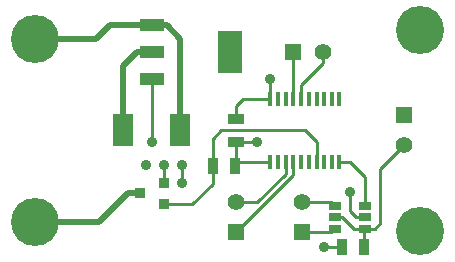
<source format=gtl>
G04 (created by PCBNEW (2013-06-11 BZR 4021)-stable) date Wed 19 Feb 2014 03:26:36 AM CST*
%MOIN*%
G04 Gerber Fmt 3.4, Leading zero omitted, Abs format*
%FSLAX34Y34*%
G01*
G70*
G90*
G04 APERTURE LIST*
%ADD10C,0.00590551*%
%ADD11R,0.016X0.05*%
%ADD12R,0.036X0.036*%
%ADD13R,0.0394X0.0276*%
%ADD14R,0.08X0.144*%
%ADD15R,0.08X0.04*%
%ADD16R,0.0709X0.1063*%
%ADD17R,0.035X0.055*%
%ADD18R,0.055X0.035*%
%ADD19R,0.055X0.055*%
%ADD20C,0.055*%
%ADD21C,0.16*%
%ADD22C,0.035*%
%ADD23C,0.01*%
%ADD24C,0.02*%
G04 APERTURE END LIST*
G54D10*
G54D11*
X69050Y-67950D03*
X69300Y-67950D03*
X69560Y-67950D03*
X69820Y-67950D03*
X70070Y-67950D03*
X70330Y-67950D03*
X70590Y-67950D03*
X70840Y-67950D03*
X71100Y-67950D03*
X71350Y-67950D03*
X71350Y-65850D03*
X71100Y-65850D03*
X70840Y-65850D03*
X70590Y-65850D03*
X70330Y-65850D03*
X70070Y-65850D03*
X69820Y-65850D03*
X69560Y-65850D03*
X69300Y-65850D03*
X69050Y-65850D03*
G54D12*
X65500Y-68650D03*
X65500Y-69350D03*
X64700Y-69000D03*
G54D13*
X71200Y-70175D03*
X71200Y-69800D03*
X71200Y-69425D03*
X72200Y-69425D03*
X72200Y-69800D03*
X72200Y-70175D03*
G54D14*
X67700Y-64300D03*
G54D15*
X65100Y-64300D03*
X65100Y-65200D03*
X65100Y-63400D03*
G54D16*
X64155Y-66900D03*
X66045Y-66900D03*
G54D17*
X67875Y-68100D03*
X67125Y-68100D03*
G54D18*
X67900Y-67275D03*
X67900Y-66525D03*
G54D17*
X71425Y-70800D03*
X72175Y-70800D03*
G54D19*
X73500Y-66400D03*
G54D20*
X73500Y-67400D03*
G54D19*
X67900Y-70300D03*
G54D20*
X67900Y-69300D03*
G54D19*
X69800Y-64300D03*
G54D20*
X70800Y-64300D03*
G54D19*
X70100Y-70300D03*
G54D20*
X70100Y-69300D03*
G54D21*
X61200Y-69950D03*
X61200Y-63850D03*
X74050Y-63550D03*
X74050Y-70250D03*
G54D22*
X68600Y-67300D03*
X65100Y-67300D03*
X71700Y-68950D03*
X70850Y-70800D03*
X69050Y-65200D03*
X64900Y-68050D03*
X66100Y-68650D03*
X66100Y-68050D03*
X65500Y-68050D03*
G54D23*
X71200Y-69800D02*
X71450Y-69800D01*
X71825Y-70175D02*
X72200Y-70175D01*
X71450Y-69800D02*
X71825Y-70175D01*
X72175Y-70800D02*
X72175Y-70200D01*
X72175Y-70200D02*
X72200Y-70175D01*
X72200Y-70175D02*
X72525Y-70175D01*
X72700Y-68200D02*
X73500Y-67400D01*
X72700Y-70000D02*
X72700Y-68200D01*
X72525Y-70175D02*
X72700Y-70000D01*
X67900Y-67275D02*
X68575Y-67275D01*
X68575Y-67275D02*
X68600Y-67300D01*
X65100Y-65200D02*
X65100Y-67300D01*
X69050Y-67950D02*
X68025Y-67950D01*
X68025Y-67950D02*
X67875Y-68100D01*
X67900Y-67275D02*
X67900Y-68075D01*
X67900Y-68075D02*
X67875Y-68100D01*
X71350Y-67950D02*
X71700Y-67950D01*
X72200Y-68450D02*
X72200Y-69425D01*
X71700Y-67950D02*
X72200Y-68450D01*
X67125Y-68100D02*
X67125Y-67175D01*
X70590Y-67290D02*
X70590Y-67950D01*
X70200Y-66900D02*
X70590Y-67290D01*
X67400Y-66900D02*
X70200Y-66900D01*
X67125Y-67175D02*
X67400Y-66900D01*
X65500Y-69350D02*
X66450Y-69350D01*
X67125Y-68675D02*
X67125Y-68100D01*
X66450Y-69350D02*
X67125Y-68675D01*
G54D24*
X64700Y-69000D02*
X64300Y-69000D01*
X63350Y-69950D02*
X61200Y-69950D01*
X64300Y-69000D02*
X63350Y-69950D01*
X65100Y-64300D02*
X64600Y-64300D01*
X64155Y-64745D02*
X64155Y-66900D01*
X64600Y-64300D02*
X64155Y-64745D01*
X65100Y-63400D02*
X63700Y-63400D01*
X63250Y-63850D02*
X61200Y-63850D01*
X63700Y-63400D02*
X63250Y-63850D01*
X65100Y-63400D02*
X65600Y-63400D01*
X66045Y-63845D02*
X66045Y-66900D01*
X65600Y-63400D02*
X66045Y-63845D01*
G54D23*
X72200Y-69800D02*
X71900Y-69800D01*
X71700Y-69600D02*
X71700Y-68950D01*
X71900Y-69800D02*
X71700Y-69600D01*
X71425Y-70800D02*
X70850Y-70800D01*
X69050Y-65850D02*
X69050Y-65200D01*
X65500Y-68650D02*
X65500Y-68050D01*
X66100Y-68050D02*
X66100Y-68650D01*
X69050Y-65850D02*
X68150Y-65850D01*
X67900Y-66100D02*
X67900Y-66525D01*
X68150Y-65850D02*
X67900Y-66100D01*
X70070Y-65850D02*
X70070Y-65380D01*
X70800Y-64650D02*
X70800Y-64300D01*
X70070Y-65380D02*
X70800Y-64650D01*
X70100Y-70300D02*
X71075Y-70300D01*
X71075Y-70300D02*
X71200Y-70175D01*
X70100Y-69300D02*
X71075Y-69300D01*
X71075Y-69300D02*
X71200Y-69425D01*
X69560Y-67950D02*
X69560Y-68340D01*
X68600Y-69300D02*
X67900Y-69300D01*
X69560Y-68340D02*
X68600Y-69300D01*
X69820Y-67950D02*
X69820Y-68380D01*
X69820Y-68380D02*
X67900Y-70300D01*
X69820Y-65850D02*
X69820Y-64320D01*
X69820Y-64320D02*
X69800Y-64300D01*
M02*

</source>
